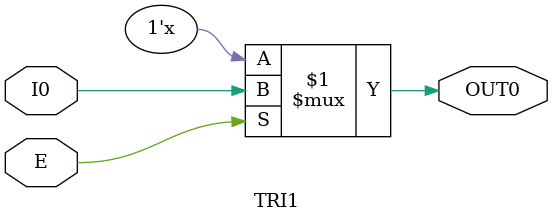
<source format=v>
module TRI1 ( OUT0, I0, E );
    input I0;
    input E;
    output OUT0;

	assign OUT0 = E ? I0 : 1'bz;
endmodule

</source>
